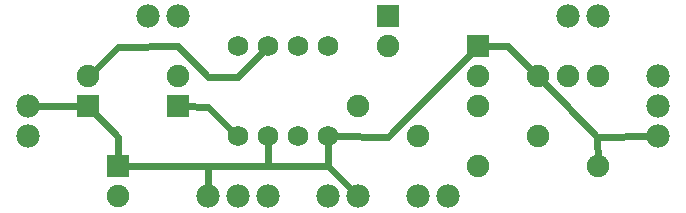
<source format=gtl>
G04 MADE WITH FRITZING*
G04 WWW.FRITZING.ORG*
G04 DOUBLE SIDED*
G04 HOLES PLATED*
G04 CONTOUR ON CENTER OF CONTOUR VECTOR*
%ASAXBY*%
%FSLAX23Y23*%
%MOIN*%
%OFA0B0*%
%SFA1.0B1.0*%
%ADD10C,0.075000*%
%ADD11C,0.078000*%
%ADD12C,0.068000*%
%ADD13R,0.075000X0.075000*%
%ADD14C,0.024000*%
%LNCOPPER1*%
G90*
G70*
G54D10*
X1338Y716D03*
X1338Y616D03*
X438Y216D03*
X438Y116D03*
X338Y416D03*
X338Y516D03*
X1638Y616D03*
X1638Y516D03*
X638Y416D03*
X638Y516D03*
X2038Y216D03*
X1638Y216D03*
X1838Y516D03*
X1938Y516D03*
X2038Y516D03*
G54D11*
X2238Y516D03*
X2238Y416D03*
X2238Y316D03*
X2038Y716D03*
X1938Y716D03*
X1538Y116D03*
X1438Y116D03*
X938Y116D03*
X838Y116D03*
X738Y116D03*
X138Y416D03*
X138Y316D03*
X1238Y116D03*
X1138Y116D03*
X538Y716D03*
X638Y716D03*
G54D10*
X1238Y416D03*
X1638Y416D03*
X1438Y316D03*
X1838Y316D03*
G54D12*
X837Y316D03*
X937Y316D03*
X1037Y316D03*
X1137Y316D03*
X1137Y616D03*
X1037Y616D03*
X937Y616D03*
X837Y616D03*
X837Y316D03*
X937Y316D03*
X1037Y316D03*
X1137Y316D03*
X1137Y616D03*
X1037Y616D03*
X937Y616D03*
X837Y616D03*
G54D13*
X1338Y716D03*
X438Y216D03*
X338Y416D03*
X1638Y616D03*
X638Y416D03*
G54D14*
X1137Y217D02*
X1137Y300D01*
D02*
X937Y217D02*
X1039Y217D01*
D02*
X937Y217D02*
X737Y217D01*
D02*
X737Y217D02*
X738Y135D01*
D02*
X737Y217D02*
X455Y216D01*
D02*
X738Y135D02*
X737Y217D01*
D02*
X937Y300D02*
X937Y217D01*
D02*
X937Y300D02*
X937Y217D01*
D02*
X1039Y217D02*
X1137Y217D01*
D02*
X1738Y617D02*
X1826Y528D01*
D02*
X1655Y616D02*
X1738Y617D01*
D02*
X1338Y315D02*
X1626Y603D01*
D02*
X1153Y316D02*
X1338Y315D01*
D02*
X439Y315D02*
X350Y403D01*
D02*
X438Y233D02*
X439Y315D01*
D02*
X2219Y316D02*
X2036Y315D01*
D02*
X2036Y315D02*
X2038Y233D01*
D02*
X739Y415D02*
X655Y416D01*
D02*
X825Y327D02*
X739Y415D01*
D02*
X1137Y217D02*
X1137Y300D01*
D02*
X1225Y129D02*
X1137Y217D01*
D02*
X739Y515D02*
X839Y515D01*
D02*
X839Y515D02*
X926Y605D01*
D02*
X439Y615D02*
X637Y616D01*
D02*
X637Y616D02*
X739Y515D01*
D02*
X350Y528D02*
X439Y615D01*
D02*
X2038Y233D02*
X2036Y315D01*
D02*
X2036Y315D02*
X1850Y503D01*
D02*
X320Y416D02*
X157Y416D01*
G04 End of Copper1*
M02*
</source>
